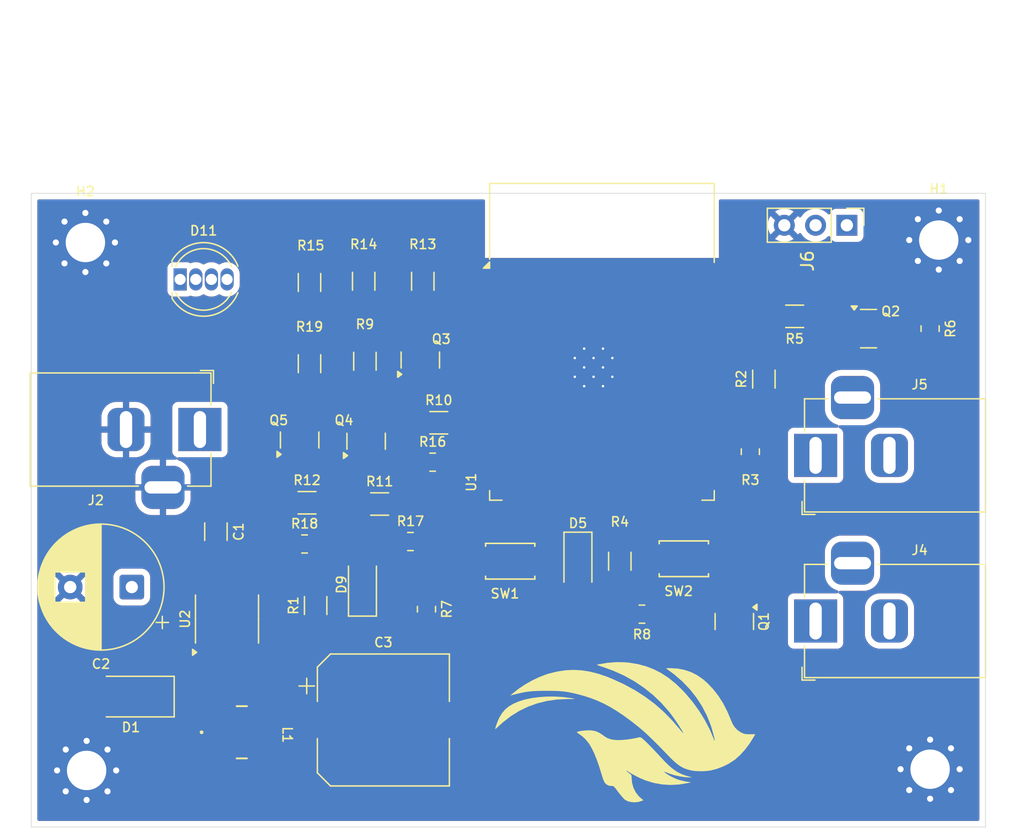
<source format=kicad_pcb>
(kicad_pcb (version 20241229) (generator "pcbnew") (generator_version "9.0")
  (layers (0 "F.Cu" signal) (2 "B.Cu" signal) (13 "F.Paste" user) (15 "B.Paste" user) (5 "F.SilkS" user "F.Silkscreen") (7 "B.SilkS" user "B.Silkscreen") (1 "F.Mask" user) (3 "B.Mask" user) (25 "Edge.Cuts" user))
  (net 0 "")
  (net 1 "+12V")
  (net 2 "GND")
  (net 3 "+3V3")
  (net 4 "Net-(D1-K)")
  (net 5 "Net-(D5-A)")
  (net 6 "Net-(D9-A)")
  (net 7 "Net-(D11-BK)")
  (net 8 "Net-(D11-RK)")
  (net 9 "Net-(D11-GK)")
  (net 10 "ESP_IO27")
  (net 11 "ESP_IO35")
  (net 12 "ESP_IO25")
  (net 13 "ESP_IO26")
  (net 14 "ESP_EN")
  (net 15 "ESP_IO14")
  (net 16 "ESP_IO33")
  (net 17 "ESP_SVP")
  (net 18 "ESP_IO34")
  (net 19 "ESP_SVN")
  (net 20 "ESP_IO32")
  (net 21 "ESP_IO13")
  (net 22 "ESP_IO12")
  (net 23 "ESP_IO16")
  (net 24 "ESP_IO2")
  (net 25 "ESP_IO22")
  (net 26 "ESP_U0TX")
  (net 27 "ESP_IO5")
  (net 28 "ESP_IO21")
  (net 29 "ESP_IO15")
  (net 30 "ESP_IO4")
  (net 31 "ESP_IO18")
  (net 32 "ESP_IO23")
  (net 33 "ESP_IO19")
  (net 34 "ESP_IO17")
  (net 35 "ESP_IO0")
  (net 36 "ESP_U0RX")
  (net 37 "B_Jack")
  (net 38 "P_Jack")
  (net 39 "Net-(Q1-G)")
  (net 40 "Net-(Q2-G)")
  (net 41 "Net-(Q3-D)")
  (net 42 "Net-(Q3-G)")
  (net 43 "Net-(Q4-D)")
  (net 44 "Net-(Q4-G)")
  (net 45 "Net-(Q5-G)")
  (net 46 "Net-(Q5-D)")
  (net 47 "Net-(R14-Pad2)")
  (net 48 "Net-(R15-Pad2)")
  (footprint "Resistor_SMD:R_0805_2012Metric_Pad1.20x1.40mm_HandSolder" (layer "F.Cu") (at 139.8 58.3)
    (property "Reference" "R17" (at 0 -1.65 0) (layer "F.SilkS") (effects (font (size 0.762 0.762) (thickness 0.127))))
    (property "Value" "10k Ohm")
    (pad "1" smd roundrect (at -1 0) (size 1.2 1.4) (layers "F.Cu" "F.Mask" "F.Paste") (roundrect_rratio 0.208333) (net 44 "Net-(Q4-G)"))
    (pad "2" smd roundrect (at 1 0) (size 1.2 1.4) (layers "F.Cu" "F.Mask" "F.Paste") (roundrect_rratio 0.208333) (net 2 "GND"))
  )
  (footprint "Resistor_SMD:R_1206_3216Metric_Pad1.30x1.75mm_HandSolder" (layer "F.Cu") (at 131.4 55.15)
    (property "Reference" "R12" (at 0 -1.83 0) (layer "F.SilkS") (effects (font (size 0.762 0.762) (thickness 0.127))))
    (property "Value" "220 Ohm")
    (pad "1" smd roundrect (at -1.55 0) (size 1.3 1.75) (layers "F.Cu" "F.Mask" "F.Paste") (roundrect_rratio 0.192308) (net 45 "Net-(Q5-G)"))
    (pad "2" smd roundrect (at 1.55 0) (size 1.3 1.75) (layers "F.Cu" "F.Mask" "F.Paste") (roundrect_rratio 0.192308) (net 10 "ESP_IO27"))
  )
  (footprint "CD43_Inductor:CD43" (layer "F.Cu") (at 126.1 73.8)
    (property "Reference" "L1" (at 3.7 0.2 270) (layer "F.SilkS") (effects (font (size 0.762 0.762) (thickness 0.127))))
    (property "Value" "47uH / 2A")
    (pad "1" smd rect (at -1.6256 0) (size 1.7526 4.4958) (layers "F.Cu" "F.Mask" "F.Paste") (net 4 "Net-(D1-K)"))
    (pad "2" smd rect (at 1.6256 0) (size 1.7526 4.4958) (layers "F.Cu" "F.Mask" "F.Paste") (net 3 "+3V3"))
    (zone (net 0) (net_name "") (layer "F.Cu") (connect_pads (clearance 0)) (min_thickness 0.254)
      (keepout (tracks not_allowed) (vias not_allowed) (pads allowed) (copperpour not_allowed) (footprints allowed))
      (fill (thermal_gap 0.508) (thermal_bridge_width 0.508))
      (polygon (pts (xy 125.4015 71.6029) (xy 126.7985 71.6029) (xy 126.7985 75.9971) (xy 125.4015 75.9971)))
    )
  )
  (footprint "Connector_PinHeader_2.54mm:PinHeader_1x03_P2.54mm_Vertical" (layer "F.Cu") (at 175.24 32.6 -90)
    (property "Reference" "J6" (at 2.9 3.2 90) (layer "F.SilkS"))
    (property "Value" "Conn_01x03_Pin")
    (pad "1" thru_hole rect (at 0 0 270) (size 1.7 1.7) (drill 1) (layers "*.Cu" "*.Mask") (net 36 "ESP_U0RX"))
    (pad "2" thru_hole circle (at 0 2.54 270) (size 1.7 1.7) (drill 1) (layers "*.Cu" "*.Mask") (net 26 "ESP_U0TX"))
    (pad "3" thru_hole circle (at 0 5.08 270) (size 1.7 1.7) (drill 1) (layers "*.Cu" "*.Mask") (net 2 "GND"))
  )
  (footprint "Package_TO_SOT_SMD:SOT-23" (layer "F.Cu") (at 136.2 50.15 90)
    (property "Reference" "Q4" (at 1.7 -1.8 180) (layer "F.SilkS") (effects (font (size 0.762 0.762) (thickness 0.127))))
    (property "Value" "BSS138")
    (pad "1" smd roundrect (at -1.1 -0.95 90) (size 1.8 0.6) (layers "F.Cu" "F.Mask" "F.Paste") (net 44 "Net-(Q4-G)"))
    (pad "2" smd roundrect (at -1.1 0.95 90) (size 1.8 0.6) (layers "F.Cu" "F.Mask" "F.Paste") (net 2 "GND"))
    (pad "3" smd roundrect (at 1.1 0 90) (size 1.8 0.6) (layers "F.Cu" "F.Mask" "F.Paste") (net 43 "Net-(Q4-D)"))
  )
  (footprint "LOGO" (layer "F.Cu") (at 157.2 72.9 90)
    (property "Reference" "G***" (hide yes))
    (property "Value" "LOGO" (hide yes))
  )
  (footprint "Resistor_SMD:R_1206_3216Metric_Pad1.30x1.75mm_HandSolder" (layer "F.Cu") (at 171 40 180)
    (property "Reference" "R5" (at 0 -1.83 0) (layer "F.SilkS") (effects (font (size 0.762 0.762) (thickness 0.127))))
    (property "Value" "100 Ohm")
    (pad "1" smd roundrect (at -1.55 0 180) (size 1.3 1.75) (layers "F.Cu" "F.Mask" "F.Paste") (roundrect_rratio 0.192308) (net 40 "Net-(Q2-G)"))
    (pad "2" smd roundrect (at 1.55 0 180) (size 1.3 1.75) (layers "F.Cu" "F.Mask" "F.Paste") (roundrect_rratio 0.192308) (net 33 "ESP_IO19"))
  )
  (footprint "MountingHole:MountingHole_3.2mm_M3_Pad_Via" (layer "F.Cu") (at 113.5 76.9)
    (property "Reference" "H4" (hide yes))
    (property "Value" "MountingHole_Pad")
    (pad "1" thru_hole circle (at -2.4 0) (size 0.8 0.8) (drill 0.5) (layers "*.Cu" "*.Mask") (net 2 "GND"))
    (pad "1" thru_hole circle (at -1.697056 -1.697056) (size 0.8 0.8) (drill 0.5) (layers "*.Cu" "*.Mask") (net 2 "GND"))
    (pad "1" thru_hole circle (at -1.697056 1.697056) (size 0.8 0.8) (drill 0.5) (layers "*.Cu" "*.Mask") (net 2 "GND"))
    (pad "1" thru_hole circle (at 0 -2.4) (size 0.8 0.8) (drill 0.5) (layers "*.Cu" "*.Mask") (net 2 "GND"))
    (pad "1" thru_hole circle (at 0 0) (size 6.4 6.4) (drill 3.2) (layers "*.Cu" "*.Mask") (net 2 "GND"))
    (pad "1" thru_hole circle (at 0 2.4) (size 0.8 0.8) (drill 0.5) (layers "*.Cu" "*.Mask") (net 2 "GND"))
    (pad "1" thru_hole circle (at 1.697056 -1.697056) (size 0.8 0.8) (drill 0.5) (layers "*.Cu" "*.Mask") (net 2 "GND"))
    (pad "1" thru_hole circle (at 1.697056 1.697056) (size 0.8 0.8) (drill 0.5) (layers "*.Cu" "*.Mask") (net 2 "GND"))
    (pad "1" thru_hole circle (at 2.4 0) (size 0.8 0.8) (drill 0.5) (layers "*.Cu" "*.Mask") (net 2 "GND"))
  )
  (footprint "Resistor_SMD:R_1206_3216Metric_Pad1.30x1.75mm_HandSolder" (layer "F.Cu") (at 168.5 45.1 90)
    (property "Reference" "R2" (at 0 -1.83 90) (layer "F.SilkS") (effects (font (size 0.762 0.762) (thickness 0.127))))
    (property "Value" "100 Ohm")
    (pad "1" smd roundrect (at -1.55 0 90) (size 1.3 1.75) (layers "F.Cu" "F.Mask" "F.Paste") (roundrect_rratio 0.192308) (net 39 "Net-(Q1-G)"))
    (pad "2" smd roundrect (at 1.55 0 90) (size 1.3 1.75) (layers "F.Cu" "F.Mask" "F.Paste") (roundrect_rratio 0.192308) (net 31 "ESP_IO18"))
  )
  (footprint "Package_SO:SOIC-8_3.9x4.9mm_P1.27mm" (layer "F.Cu") (at 124.9 64.6 90)
    (property "Reference" "U2" (at 0 -3.4 90) (layer "F.SilkS") (effects (font (size 0.762 0.762) (thickness 0.127))))
    (property "Value" "XL1509-3.3")
    (pad "1" smd roundrect (at -2.475 -1.905 90) (size 1.95 0.6) (layers "F.Cu" "F.Mask" "F.Paste") (net 1 "+12V"))
    (pad "2" smd roundrect (at -2.475 -0.635 90) (size 1.95 0.6) (layers "F.Cu" "F.Mask" "F.Paste") (net 4 "Net-(D1-K)"))
    (pad "3" smd roundrect (at -2.475 0.635 90) (size 1.95 0.6) (layers "F.Cu" "F.Mask" "F.Paste") (net 3 "+3V3"))
    (pad "4" smd roundrect (at -2.475 1.905 90) (size 1.95 0.6) (layers "F.Cu" "F.Mask" "F.Paste") (net 2 "GND"))
    (pad "5" smd roundrect (at 2.475 1.905 90) (size 1.95 0.6) (layers "F.Cu" "F.Mask" "F.Paste") (net 2 "GND"))
    (pad "6" smd roundrect (at 2.475 0.635 90) (size 1.95 0.6) (layers "F.Cu" "F.Mask" "F.Paste") (net 2 "GND"))
    (pad "7" smd roundrect (at 2.475 -0.635 90) (size 1.95 0.6) (layers "F.Cu" "F.Mask" "F.Paste") (net 2 "GND"))
    (pad "8" smd roundrect (at 2.475 -1.905 90) (size 1.95 0.6) (layers "F.Cu" "F.Mask" "F.Paste") (net 2 "GND"))
  )
  (footprint "Capacitor_SMD:C_1206_3216Metric" (layer "F.Cu") (at 124 57.5 -90)
    (property "Reference" "C1" (at 0 -1.85 90) (layer "F.SilkS") (effects (font (size 0.762 0.762) (thickness 0.127))))
    (property "Value" "1 uF")
    (pad "1" smd roundrect (at -1.475 0 270) (size 1.15 1.8) (layers "F.Cu" "F.Mask" "F.Paste") (roundrect_rratio 0.217391) (net 1 "+12V"))
    (pad "2" smd roundrect (at 1.475 0 270) (size 1.15 1.8) (layers "F.Cu" "F.Mask" "F.Paste") (roundrect_rratio 0.217391) (net 2 "GND"))
  )
  (footprint "Resistor_SMD:R_1206_3216Metric_Pad1.30x1.75mm_HandSolder" (layer "F.Cu") (at 132.1 63.5 -90)
    (property "Reference" "R1" (at 0 1.8 90) (layer "F.SilkS") (effects (font (size 0.762 0.762) (thickness 0.127))))
    (property "Value" "2.2k Ohm")
    (pad "1" smd roundrect (at -1.55 0 270) (size 1.3 1.75) (layers "F.Cu" "F.Mask" "F.Paste") (roundrect_rratio 0.192308) (net 6 "Net-(D9-A)"))
    (pad "2" smd roundrect (at 1.55 0 270) (size 1.3 1.75) (layers "F.Cu" "F.Mask" "F.Paste") (roundrect_rratio 0.192308) (net 3 "+3V3"))
  )
  (footprint "Capacitor_SMD:CP_Elec_10x10.5" (layer "F.Cu") (at 137.6 72.8)
    (property "Reference" "C3" (at 0 -6.3 0) (layer "F.SilkS") (effects (font (size 0.762 0.762) (thickness 0.127))))
    (property "Value" "330uF 50V")
    (pad "1" smd roundrect (at -4.2 0) (size 4.4 2.5) (layers "F.Cu" "F.Mask" "F.Paste") (roundrect_rratio 0.1) (net 3 "+3V3"))
    (pad "2" smd roundrect (at 4.2 0) (size 4.4 2.5) (layers "F.Cu" "F.Mask" "F.Paste") (roundrect_rratio 0.1) (net 2 "GND"))
  )
  (footprint "Resistor_SMD:R_0805_2012Metric_Pad1.20x1.40mm_HandSolder" (layer "F.Cu") (at 141.6 51.85)
    (property "Reference" "R16" (at 0 -1.65 0) (layer "F.SilkS") (effects (font (size 0.762 0.762) (thickness 0.127))))
    (property "Value" "10k Ohm")
    (pad "1" smd roundrect (at -1 0) (size 1.2 1.4) (layers "F.Cu" "F.Mask" "F.Paste") (roundrect_rratio 0.208333) (net 42 "Net-(Q3-G)"))
    (pad "2" smd roundrect (at 1 0) (size 1.2 1.4) (layers "F.Cu" "F.Mask" "F.Paste") (roundrect_rratio 0.208333) (net 2 "GND"))
  )
  (footprint "LED_SMD:LED_1206_3216Metric_Pad1.42x1.75mm_HandSolder" (layer "F.Cu") (at 153.4 60 -90)
    (property "Reference" "D5" (at -3.1875 0 180) (layer "F.SilkS") (effects (font (size 0.762 0.762) (thickness 0.127))))
    (property "Value" "Blue LED")
    (pad "1" smd roundrect (at -1.4875 0 270) (size 1.425 1.75) (layers "F.Cu" "F.Mask" "F.Paste") (roundrect_rratio 0.175439) (net 2 "GND"))
    (pad "2" smd roundrect (at 1.4875 0 270) (size 1.425 1.75) (layers "F.Cu" "F.Mask" "F.Paste") (roundrect_rratio 0.175439) (net 5 "Net-(D5-A)"))
  )
  (footprint "Package_TO_SOT_SMD:SOT-23" (layer "F.Cu") (at 140.6 43.55 90)
    (property "Reference" "Q3" (at 1.7 1.7 180) (layer "F.SilkS") (effects (font (size 0.762 0.762) (thickness 0.127))))
    (property "Value" "BSS138")
    (pad "1" smd roundrect (at -1.1 -0.95 90) (size 1.8 0.6) (layers "F.Cu" "F.Mask" "F.Paste") (net 42 "Net-(Q3-G)"))
    (pad "2" smd roundrect (at -1.1 0.95 90) (size 1.8 0.6) (layers "F.Cu" "F.Mask" "F.Paste") (net 2 "GND"))
    (pad "3" smd roundrect (at 1.1 0 90) (size 1.8 0.6) (layers "F.Cu" "F.Mask" "F.Paste") (net 41 "Net-(Q3-D)"))
  )
  (footprint "LED_THT:LED_D5.0mm-4_RGB" (layer "F.Cu") (at 121.095 37)
    (property "Reference" "D11" (at 1.905 -3.96 0) (layer "F.SilkS") (effects (font (size 0.762 0.762) (thickness 0.127))))
    (property "Value" "LED_BGAR")
    (pad "1" thru_hole rect (at 0 0) (size 1.07 1.8) (drill 0.9) (layers "*.Cu" "*.Mask") (net 7 "Net-(D11-BK)"))
    (pad "2" thru_hole oval (at 1.27 0) (size 1.07 1.8) (drill 0.9) (layers "*.Cu" "*.Mask") (net 9 "Net-(D11-GK)"))
    (pad "3" thru_hole oval (at 2.54 0) (size 1.07 1.8) (drill 0.9) (layers "*.Cu" "*.Mask") (net 1 "+12V"))
    (pad "4" thru_hole oval (at 3.81 0) (size 1.07 1.8) (drill 0.9) (layers "*.Cu" "*.Mask") (net 8 "Net-(D11-RK)"))
  )
  (footprint "MountingHole:MountingHole_3.2mm_M3_Pad_Via" (layer "F.Cu") (at 113.4 34)
    (property "Reference" "H2" (at 0 -4.15 0) (layer "F.SilkS") (effects (font (size 0.762 0.762) (thickness 0.127))))
    (property "Value" "MountingHole_Pad")
    (pad "1" thru_hole circle (at -2.4 0) (size 0.8 0.8) (drill 0.5) (layers "*.Cu" "*.Mask") (net 2 "GND"))
    (pad "1" thru_hole circle (at -1.697056 -1.697056) (size 0.8 0.8) (drill 0.5) (layers "*.Cu" "*.Mask") (net 2 "GND"))
    (pad "1" thru_hole circle (at -1.697056 1.697056) (size 0.8 0.8) (drill 0.5) (layers "*.Cu" "*.Mask") (net 2 "GND"))
    (pad "1" thru_hole circle (at 0 -2.4) (size 0.8 0.8) (drill 0.5) (layers "*.Cu" "*.Mask") (net 2 "GND"))
    (pad "1" thru_hole circle (at 0 0) (size 6.4 6.4) (drill 3.2) (layers "*.Cu" "*.Mask") (net 2 "GND"))
    (pad "1" thru_hole circle (at 0 2.4) (size 0.8 0.8) (drill 0.5) (layers "*.Cu" "*.Mask") (net 2 "GND"))
    (pad "1" thru_hole circle (at 1.697056 -1.697056) (size 0.8 0.8) (drill 0.5) (layers "*.Cu" "*.Mask") (net 2 "GND"))
    (pad "1" thru_hole circle (at 1.697056 1.697056) (size 0.8 0.8) (drill 0.5) (layers "*.Cu" "*.Mask") (net 2 "GND"))
    (pad "1" thru_hole circle (at 2.4 0) (size 0.8 0.8) (drill 0.5) (layers "*.Cu" "*.Mask") (net 2 "GND"))
  )
  (footprint "Connector_BarrelJack:BarrelJack_Horizontal" (layer "F.Cu") (at 172.7 64.7575 180)
    (property "Reference" "J4" (at -8.45 5.75 0) (layer "F.SilkS") (effects (font (size 0.762 0.762) (thickness 0.127))))
    (property "Value" "Barrel_Jack_MountingPin")
    (pad "1" thru_hole rect (at 0 0 180) (size 3.5 3.5) (drill oval 1 3) (layers "*.Cu" "*.Mask") (net 1 "+12V"))
    (pad "2" thru_hole roundrect (at -6 0 180) (size 3 3.5) (drill oval 1 3) (layers "*.Cu" "*.Mask") (net 37 "B_Jack"))
    (pad "3" thru_hole roundrect (at -3 4.7 180) (size 3.5 3.5) (drill oval 3 1) (layers "*.Cu" "*.Mask") (net 37 "B_Jack"))
  )
  (footprint "Resistor_SMD:R_1206_3216Metric_Pad1.30x1.75mm_HandSolder" (layer "F.Cu") (at 131.6 43.85 -90)
    (property "Reference" "R19" (at -3 0 180) (layer "F.SilkS") (effects (font (size 0.762 0.762) (thickness 0.127))))
    (property "Value" "300 Ohm")
    (pad "1" smd roundrect (at -1.55 0 270) (size 1.3 1.75) (layers "F.Cu" "F.Mask" "F.Paste") (roundrect_rratio 0.192308) (net 48 "Net-(R15-Pad2)"))
    (pad "2" smd roundrect (at 1.55 0 270) (size 1.3 1.75) (layers "F.Cu" "F.Mask" "F.Paste") (roundrect_rratio 0.192308) (net 46 "Net-(Q5-D)"))
  )
  (footprint "Diode_SMD:D_SMA" (layer "F.Cu") (at 117.1 70.9 180)
    (property "Reference" "D1" (at 0 -2.5 0) (layer "F.SilkS") (effects (font (size 0.762 0.762) (thickness 0.127))))
    (property "Value" "1N5822")
    (pad "1" smd roundrect (at -2 0 180) (size 2.5 1.8) (layers "F.Cu" "F.Mask" "F.Paste") (roundrect_rratio 0.1388888889) (net 4 "Net-(D1-K)"))
    (pad "2" smd roundrect (at 2 0 180) (size 2.5 1.8) (layers "F.Cu" "F.Mask" "F.Paste") (roundrect_rratio 0.1388888889) (net 2 "GND"))
  )
  (footprint "Resistor_SMD:R_1206_3216Metric_Pad1.30x1.75mm_HandSolder" (layer "F.Cu") (at 137.3 55.25)
    (property "Reference" "R11" (at 0 -1.83 0) (layer "F.SilkS") (effects (font (size 0.762 0.762) (thickness 0.127))))
    (property "Value" "220 Ohm")
    (pad "1" smd roundrect (at -1.55 0) (size 1.3 1.75) (layers "F.Cu" "F.Mask" "F.Paste") (roundrect_rratio 0.192308) (net 44 "Net-(Q4-G)"))
    (pad "2" smd roundrect (at 1.55 0) (size 1.3 1.75) (layers "F.Cu" "F.Mask" "F.Paste") (roundrect_rratio 0.192308) (net 13 "ESP_IO26"))
  )
  (footprint "Package_TO_SOT_SMD:SOT-23" (layer "F.Cu") (at 130.8 50.05 90)
    (property "Reference" "Q5" (at 1.6 -1.7 180) (layer "F.SilkS") (effects (font (size 0.762 0.762) (thickness 0.127))))
    (property "Value" "BSS138")
    (pad "1" smd roundrect (at -1.1 -0.95 90) (size 1.8 0.6) (layers "F.Cu" "F.Mask" "F.Paste") (net 45 "Net-(Q5-G)"))
    (pad "2" smd roundrect (at -1.1 0.95 90) (size 1.8 0.6) (layers "F.Cu" "F.Mask" "F.Paste") (net 2 "GND"))
    (pad "3" smd roundrect (at 1.1 0 90) (size 1.8 0.6) (layers "F.Cu" "F.Mask" "F.Paste") (net 46 "Net-(Q5-D)"))
  )
  (footprint "Connector_BarrelJack:BarrelJack_Horizontal" (layer "F.Cu") (at 172.7 51.3 180)
    (property "Reference" "J5" (at -8.45 5.75 0) (layer "F.SilkS") (effects (font (size 0.762 0.762) (thickness 0.127))))
    (property "Value" "Barrel_Jack_MountingPin")
    (pad "1" thru_hole rect (at 0 0 180) (size 3.5 3.5) (drill oval 1 3) (layers "*.Cu" "*.Mask") (net 1 "+12V"))
    (pad "2" thru_hole roundrect (at -6 0 180) (size 3 3.5) (drill oval 1 3) (layers "*.Cu" "*.Mask") (net 38 "P_Jack"))
    (pad "3" thru_hole roundrect (at -3 4.7 180) (size 3.5 3.5) (drill oval 3 1) (layers "*.Cu" "*.Mask") (net 38 "P_Jack"))
  )
  (footprint "Resistor_SMD:R_1206_3216Metric_Pad1.30x1.75mm_HandSolder" (layer "F.Cu") (at 136.1 43.65 -90)
    (property "Reference" "R9" (at -3 0 180) (layer "F.SilkS") (effects (font (size 0.762 0.762) (thickness 0.127))))
    (property "Value" "300 Ohm")
    (pad "1" smd roundrect (at -1.55 0 270) (size 1.3 1.75) (layers "F.Cu" "F.Mask" "F.Paste") (roundrect_rratio 0.192308) (net 47 "Net-(R14-Pad2)"))
    (pad "2" smd roundrect (at 1.55 0 270) (size 1.3 1.75) (layers "F.Cu" "F.Mask" "F.Paste") (roundrect_rratio 0.192308) (net 43 "Net-(Q4-D)"))
  )
  (footprint "Resistor_SMD:R_0805_2012Metric_Pad1.20x1.40mm_HandSolder" (layer "F.Cu") (at 141.1 63.8 -90)
    (property "Reference" "R7" (at 0 -1.65 90) (layer "F.SilkS") (effects (font (size 0.762 0.762) (thickness 0.127))))
    (property "Value" "10k Ohm")
    (pad "1" smd roundrect (at -1 0 270) (size 1.2 1.4) (layers "F.Cu" "F.Mask" "F.Paste") (roundrect_rratio 0.208333) (net 14 "ESP_EN"))
    (pad "2" smd roundrect (at 1 0 270) (size 1.2 1.4) (layers "F.Cu" "F.Mask" "F.Paste") (roundrect_rratio 0.208333) (net 3 "+3V3"))
  )
  (footprint "Resistor_SMD:R_1206_3216Metric_Pad1.30x1.75mm_HandSolder" (layer "F.Cu") (at 136 37.15 -90)
    (property "Reference" "R14" (at -3 0 180) (layer "F.SilkS") (effects (font (size 0.762 0.762) (thickness 0.127))))
    (property "Value" "300 Ohm")
    (pad "1" smd roundrect (at -1.55 0 270) (size 1.3 1.75) (layers "F.Cu" "F.Mask" "F.Paste") (roundrect_rratio 0.192308) (net 9 "Net-(D11-GK)"))
    (pad "2" smd roundrect (at 1.55 0 270) (size 1.3 1.75) (layers "F.Cu" "F.Mask" "F.Paste") (roundrect_rratio 0.192308) (net 47 "Net-(R14-Pad2)"))
  )
  (footprint "LED_SMD:LED_1206_3216Metric_Pad1.42x1.75mm_HandSolder" (layer "F.Cu") (at 135.9 61.9 90)
    (property "Reference" "D9" (at 0.1 -1.7 90) (layer "F.SilkS") (effects (font (size 0.762 0.762) (thickness 0.127))))
    (property "Value" "Red Power LED")
    (pad "1" smd roundrect (at -1.4875 0 90) (size 1.425 1.75) (layers "F.Cu" "F.Mask" "F.Paste") (roundrect_rratio 0.175439) (net 2 "GND"))
    (pad "2" smd roundrect (at 1.4875 0 90) (size 1.425 1.75) (layers "F.Cu" "F.Mask" "F.Paste") (roundrect_rratio 0.175439) (net 6 "Net-(D9-A)"))
  )
  (footprint "Resistor_SMD:R_0805_2012Metric_Pad1.20x1.40mm_HandSolder" (layer "F.Cu") (at 182 41 -90)
    (property "Reference" "R6" (at 0 -1.65 90) (layer "F.SilkS") (effects (font (size 0.762 0.762) (thickness 0.127))))
    (property "Value" "10k Ohm")
    (pad "1" smd roundrect (at -1 0 270) (size 1.2 1.4) (layers "F.Cu" "F.Mask" "F.Paste") (roundrect_rratio 0.208333) (net 40 "Net-(Q2-G)"))
    (pad "2" smd roundrect (at 1 0 270) (size 1.2 1.4) (layers "F.Cu" "F.Mask" "F.Paste") (roundrect_rratio 0.208333) (net 2 "GND"))
  )
  (footprint "Resistor_SMD:R_1206_3216Metric_Pad1.30x1.75mm_HandSolder" (layer "F.Cu") (at 131.6 37.25 -90)
    (property "Reference" "R15" (at -3 -0.1 180) (layer "F.SilkS") (effects (font (size 0.762 0.762) (thickness 0.127))))
    (property "Value" "300 Ohm")
    (pad "1" smd roundrect (at -1.55 0 270) (size 1.3 1.75) (layers "F.Cu" "F.Mask" "F.Paste") (roundrect_rratio 0.192308) (net 7 "Net-(D11-BK)"))
    (pad "2" smd roundrect (at 1.55 0 270) (size 1.3 1.75) (layers "F.Cu" "F.Mask" "F.Paste") (roundrect_rratio 0.192308) (net 48 "Net-(R15-Pad2)"))
  )
  (footprint "Resistor_SMD:R_0805_2012Metric_Pad1.20x1.40mm_HandSolder" (layer "F.Cu") (at 131.2 58.5)
    (property "Reference" "R18" (at 0 -1.65 0) (layer "F.SilkS") (effects (font (size 0.762 0.762) (thickness 0.127))))
    (property "Value" "10k Ohm")
    (pad "1" smd roundrect (at -1 0) (size 1.2 1.4) (layers "F.Cu" "F.Mask" "F.Paste") (roundrect_rratio 0.208333) (net 45 "Net-(Q5-G)"))
    (pad "2" smd roundrect (at 1 0) (size 1.2 1.4) (layers "F.Cu" "F.Mask" "F.Paste") (roundrect_rratio 0.208333) (net 2 "GND"))
  )
  (footprint "Resistor_SMD:R_1206_3216Metric_Pad1.30x1.75mm_HandSolder" (layer "F.Cu") (at 156.8 59.9 90)
    (property "Reference" "R4" (at 3.2 0 180) (layer "F.SilkS") (effects (font (size 0.762 0.762) (thickness 0.127))))
    (property "Value" "1k Ohm")
    (pad "1" smd roundrect (at -1.55 0 90) (size 1.3 1.75) (layers "F.Cu" "F.Mask" "F.Paste") (roundrect_rratio 0.192308) (net 5 "Net-(D5-A)"))
    (pad "2" smd roundrect (at 1.55 0 90) (size 1.3 1.75) (layers "F.Cu" "F.Mask" "F.Paste") (roundrect_rratio 0.192308) (net 24 "ESP_IO2"))
  )
  (footprint "Package_TO_SOT_SMD:SOT-23" (layer "F.Cu") (at 166.1 64.8 -90)
    (property "Reference" "Q1" (at 0 -2.4 90) (layer "F.SilkS") (effects (font (size 0.762 0.762) (thickness 0.127))))
    (property "Value" "IRLML2502TRPBF")
    (pad "1" smd roundrect (at -1.1 -0.95 270) (size 1.8 0.6) (layers "F.Cu" "F.Mask" "F.Paste") (net 39 "Net-(Q1-G)"))
    (pad "2" smd roundrect (at -1.1 0.95 270) (size 1.8 0.6) (layers "F.Cu" "F.Mask" "F.Paste") (net 2 "GND"))
    (pad "3" smd roundrect (at 1.1 0 270) (size 1.8 0.6) (layers "F.Cu" "F.Mask" "F.Paste") (net 37 "B_Jack"))
  )
  (footprint "Resistor_SMD:R_1206_3216Metric_Pad1.30x1.75mm_HandSolder" (layer "F.Cu") (at 140.8 37.15 -90)
    (property "Reference" "R13" (at -3 0 180) (layer "F.SilkS") (effects (font (size 0.762 0.762) (thickness 0.127))))
    (property "Value" "660 Ohm")
    (pad "1" smd roundrect (at -1.55 0 270) (size 1.3 1.75) (layers "F.Cu" "F.Mask" "F.Paste") (roundrect_rratio 0.192308) (net 8 "Net-(D11-RK)"))
    (pad "2" smd roundrect (at 1.55 0 270) (size 1.3 1.75) (layers "F.Cu" "F.Mask" "F.Paste") (roundrect_rratio 0.192308) (net 41 "Net-(Q3-D)"))
  )
  (footprint "TS_button_3_4_2:TS_button_3_4_2" (layer "F.Cu") (at 162 59.7 180)
    (property "Reference" "SW2" (at 0.425 -2.635 0) (layer "F.SilkS") (effects (font (size 0.762 0.762) (thickness 0.127))))
    (property "Value" "SW_Push")
    (pad "1" smd rect (at -2.075 0 180) (size 1.35 1.8) (layers "F.Cu" "F.Mask" "F.Paste") (net 2 "GND"))
    (pad "2" smd rect (at 2.075 0 180) (size 1.35 1.8) (layers "F.Cu" "F.Mask" "F.Paste") (net 35 "ESP_IO0"))
  )
  (footprint "Connector_BarrelJack:BarrelJack_Horizontal" (layer "F.Cu") (at 122.7 49.2)
    (property "Reference" "J2" (at -8.45 5.75 0) (layer "F.SilkS") (effects (font (size 0.762 0.762) (thickness 0.127))))
    (property "Value" "Barrel_Jack_MountingPin")
    (pad "1" thru_hole rect (at 0 0) (size 3.5 3.5) (drill oval 1 3) (layers "*.Cu" "*.Mask") (net 1 "+12V"))
    (pad "2" thru_hole roundrect (at -6 0) (size 3 3.5) (drill oval 1 3) (layers "*.Cu" "*.Mask") (net 2 "GND"))
    (pad "3" thru_hole roundrect (at -3 4.7) (size 3.5 3.5) (drill oval 3 1) (layers "*.Cu" "*.Mask") (net 2 "GND"))
  )
  (footprint "Resistor_SMD:R_0805_2012Metric_Pad1.20x1.40mm_HandSolder" (layer "F.Cu") (at 158.6 64.2 180)
    (property "Reference" "R8" (at 0 -1.65 0) (layer "F.SilkS") (effects (font (size 0.762 0.762) (thickness 0.127))))
    (property "Value" "10k Ohm")
    (pad "1" smd roundrect (at -1 0 180) (size 1.2 1.4) (layers "F.Cu" "F.Mask" "F.Paste") (roundrect_rratio 0.208333) (net 35 "ESP_IO0"))
    (pad "2" smd roundrect (at 1 0 180) (size 1.2 1.4) (layers "F.Cu" "F.Mask" "F.Paste") (roundrect_rratio 0.208333) (net 3 "+3V3"))
  )
  (footprint "MountingHole:MountingHole_3.2mm_M3_Pad_Via" (layer "F.Cu") (at 182 76.8)
    (property "Reference" "H3" (hide yes))
    (property "Value" "MountingHole_Pad")
    (pad "1" thru_hole circle (at -2.4 0) (size 0.8 0.8) (drill 0.5) (layers "*.Cu" "*.Mask") (net 2 "GND"))
    (pad "1" thru_hole circle (at -1.697056 -1.697056) (size 0.8 0.8) (drill 0.5) (layers "*.Cu" "*.Mask") (net 2 "GND"))
    (pad "1" thru_hole circle (at -1.697056 1.697056) (size 0.8 0.8) (drill 0.5) (layers "*.Cu" "*.Mask") (net 2 "GND"))
    (pad "1" thru_hole circle (at 0 -2.4) (size 0.8 0.8) (drill 0.5) (layers "*.Cu" "*.Mask") (net 2 "GND"))
    (pad "1" thru_hole circle (at 0 0) (size 6.4 6.4) (drill 3.2) (layers "*.Cu" "*.Mask") (net 2 "GND"))
    (pad "1" thru_hole circle (at 0 2.4) (size 0.8 0.8) (drill 0.5) (layers "*.Cu" "*.Mask") (net 2 "GND"))
    (pad "1" thru_hole circle (at 1.697056 -1.697056) (size 0.8 0.8) (drill 0.5) (layers "*.Cu" "*.Mask") (net 2 "GND"))
    (pad "1" thru_hole circle (at 1.697056 1.697056) (size 0.8 0.8) (drill 0.5) (layers "*.Cu" "*.Mask") (net 2 "GND"))
    (pad "1" thru_hole circle (at 2.4 0) (size 0.8 0.8) (drill 0.5) (layers "*.Cu" "*.Mask") (net 2 "GND"))
  )
  (footprint "Resistor_SMD:R_1206_3216Metric_Pad1.30x1.75mm_HandSolder" (layer "F.Cu") (at 142.1 48.65)
    (property "Reference" "R10" (at 0 -1.83 0) (layer "F.SilkS") (effects (font (size 0.762 0.762) (thickness 0.127))))
    (property "Value" "220 Ohm")
    (pad "1" smd roundrect (at -1.55 0) (size 1.3 1.75) (layers "F.Cu" "F.Mask" "F.Paste") (roundrect_rratio 0.192308) (net 42 "Net-(Q3-G)"))
    (pad "2" smd roundrect (at 1.55 0) (size 1.3 1.75) (layers "F.Cu" "F.Mask" "F.Paste") (roundrect_rratio 0.192308) (net 12 "ESP_IO25"))
  )
  (footprint "Capacitor_THT:CP_Radial_D10.0mm_P5.00mm" (layer "F.Cu") (at 117.167677 62 180)
    (property "Reference" "C2" (at 2.5 -6.25 0) (layer "F.SilkS") (effects (font (size 0.762 0.762) (thickness 0.127))))
    (property "Value" "470uF 35V")
    (pad "1" thru_hole roundrect (at 0 0 180) (size 2 2) (drill 1) (layers "*.Cu" "*.Mask") (roundrect_rratio 0.125) (net 1 "+12V"))
    (pad "2" thru_hole circle (at 5 0 180) (size 2 2) (drill 1) (layers "*.Cu" "*.Mask") (net 2 "GND"))
  )
  (footprint "Package_TO_SOT_SMD:SOT-23" (layer "F.Cu") (at 177 41)
    (property "Reference" "Q2" (at 1.8 -1.4 0) (layer "F.SilkS") (effects (font (size 0.762 0.762) (thickness 0.127))))
    (property "Value" "IRLML2502TRPBF")
    (pad "1" smd roundrect (at -1.1 -0.95) (size 1.8 0.6) (layers "F.Cu" "F.Mask" "F.Paste") (net 40 "Net-(Q2-G)"))
    (pad "2" smd roundrect (at -1.1 0.95) (size 1.8 0.6) (layers "F.Cu" "F.Mask" "F.Paste") (net 2 "GND"))
    (pad "3" smd roundrect (at 1.1 0) (size 1.8 0.6) (layers "F.Cu" "F.Mask" "F.Paste") (net 38 "P_Jack"))
  )
  (footprint "TS_button_3_4_2:TS_button_3_4_2" (layer "F.Cu") (at 147.9 59.9 180)
    (property "Reference" "SW1" (at 0.425 -2.635 0) (layer "F.SilkS") (effects (font (size 0.762 0.762) (thickness 0.127))))
    (property "Value" "SW_Push")
    (pad "1" smd rect (at -2.075 0 180) (size 1.35 1.8) (layers "F.Cu" "F.Mask" "F.Paste") (net 2 "GND"))
    (pad "2" smd rect (at 2.075 0 180) (size 1.35 1.8) (layers "F.Cu" "F.Mask" "F.Paste") (net 14 "ESP_EN"))
  )
  (footprint "MountingHole:MountingHole_3.2mm_M3_Pad_Via" (layer "F.Cu") (at 182.702944 33.802944)
    (property "Reference" "H1" (at 0 -4.15 0) (layer "F.SilkS") (effects (font (size 0.762 0.762) (thickness 0.127))))
    (property "Value" "MountingHole_Pad")
    (pad "1" thru_hole circle (at -2.4 0) (size 0.8 0.8) (drill 0.5) (layers "*.Cu" "*.Mask") (net 2 "GND"))
    (pad "1" thru_hole circle (at -1.697056 -1.697056) (size 0.8 0.8) (drill 0.5) (layers "*.Cu" "*.Mask") (net 2 "GND"))
    (pad "1" thru_hole circle (at -1.697056 1.697056) (size 0.8 0.8) (drill 0.5) (layers "*.Cu" "*.Mask") (net 2 "GND"))
    (pad "1" thru_hole circle (at 0 -2.4) (size 0.8 0.8) (drill 0.5) (layers "*.Cu" "*.Mask") (net 2 "GND"))
    (pad "1" thru_hole circle (at 0 0) (size 6.4 6.4) (drill 3.2) (layers "*.Cu" "*.Mask") (net 2 "GND"))
    (pad "1" thru_hole circle (at 0 2.4) (size 0.8 0.8) (drill 0.5) (layers "*.Cu" "*.Mask") (net 2 "GND"))
    (pad "1" thru_hole circle (at 1.697056 -1.697056) (size 0.8 0.8) (drill 0.5) (layers "*.Cu" "*.Mask") (net 2 "GND"))
    (pad "1" thru_hole circle (at 1.697056 1.697056) (size 0.8 0.8) (drill 0.5) (layers "*.Cu" "*.Mask") (net 2 "GND"))
    (pad "1" thru_hole circle (at 2.4 0) (size 0.8 0.8) (drill 0.5) (layers "*.Cu" "*.Mask") (net 2 "GND"))
  )
  (footprint "RF_Module:ESP32-WROOM-32" (layer "F.Cu") (at 155.35 45.06)
    (property "Reference" "U1" (at -10.61 8.43 90) (layer "F.SilkS") (effects (font (size 0.762 0.762) (thickness 0.127))))
    (property "Value" "ESP32-WROOM-32")
    (pad "1" smd rect (at -8.75 -8.25) (size 1.5 0.9) (layers "F.Cu" "F.Mask" "F.Paste") (net 2 "GND"))
    (pad "2" smd rect (at -8.75 -6.98) (size 1.5 0.9) (layers "F.Cu" "F.Mask" "F.Paste") (net 3 "+3V3"))
    (pad "3" smd rect (at -8.75 -5.71) (size 1.5 0.9) (layers "F.Cu" "F.Mask" "F.Paste") (net 14 "ESP_EN"))
    (pad "4" smd rect (at -8.75 -4.44) (size 1.5 0.9) (layers "F.Cu" "F.Mask" "F.Paste") (net 17 "ESP_SVP"))
    (pad "5" smd rect (at -8.75 -3.17) (size 1.5 0.9) (layers "F.Cu" "F.Mask" "F.Paste") (net 19 "ESP_SVN"))
    (pad "6" smd rect (at -8.75 -1.9) (size 1.5 0.9) (layers "F.Cu" "F.Mask" "F.Paste") (net 18 "ESP_IO34"))
    (pad "7" smd rect (at -8.75 -0.63) (size 1.5 0.9) (layers "F.Cu" "F.Mask" "F.Paste") (net 11 "ESP_IO35"))
    (pad "8" smd rect (at -8.75 0.64) (size 1.5 0.9) (layers "F.Cu" "F.Mask" "F.Paste") (net 20 "ESP_IO32"))
    (pad "9" smd rect (at -8.75 1.91) (size 1.5 0.9) (layers "F.Cu" "F.Mask" "F.Paste") (net 16 "ESP_IO33"))
    (pad "10" smd rect (at -8.75 3.18) (size 1.5 0.9) (layers "F.Cu" "F.Mask" "F.Paste") (net 12 "ESP_IO25"))
    (pad "11" smd rect (at -8.75 4.45) (size 1.5 0.9) (layers "F.Cu" "F.Mask" "F.Paste") (net 13 "ESP_IO26"))
    (pad "12" smd rect (at -8.75 5.72) (size 1.5 0.9) (layers "F.Cu" "F.Mask" "F.Paste") (net 10 "ESP_IO27"))
    (pad "13" smd rect (at -8.75 6.99) (size 1.5 0.9) (layers "F.Cu" "F.Mask" "F.Paste") (net 15 "ESP_IO14"))
    (pad "14" smd rect (at -8.75 8.26) (size 1.5 0.9) (layers "F.Cu" "F.Mask" "F.Paste") (net 22 "ESP_IO12"))
    (pad "15" smd rect (at -5.71 9.51 90) (size 1.5 0.9) (layers "F.Cu" "F.Mask" "F.Paste") (net 2 "GND"))
    (pad "16" smd rect (at -4.44 9.51 90) (size 1.5 0.9) (layers "F.Cu" "F.Mask" "F.Paste") (net 21 "ESP_IO13"))
    (pad "17" smd rect (at -3.17 9.51 90) (size 1.5 0.9) (layers "F.Cu" "F.Mask" "F.Paste"))
    (pad "18" smd rect (at -1.9 9.51 90) (size 1.5 0.9) (layers "F.Cu" "F.Mask" "F.Paste"))
    (pad "19" smd rect (at -0.63 9.51 90) (size 1.5 0.9) (layers "F.Cu" "F.Mask" "F.Paste"))
    (pad "20" smd rect (at 0.64 9.51 90) (size 1.5 0.9) (layers "F.Cu" "F.Mask" "F.Paste"))
    (pad "21" smd rect (at 1.91 9.51 90) (size 1.5 0.9) (layers "F.Cu" "F.Mask" "F.Paste"))
    (pad "22" smd rect (at 3.18 9.51 90) (size 1.5 0.9) (layers "F.Cu" "F.Mask" "F.Paste"))
    (pad "23" smd rect (at 4.45 9.51 90) (size 1.5 0.9) (layers "F.Cu" "F.Mask" "F.Paste") (net 29 "ESP_IO15"))
    (pad "24" smd rect (at 5.72 9.51 90) (size 1.5 0.9) (layers "F.Cu" "F.Mask" "F.Paste") (net 24 "ESP_IO2"))
    (pad "25" smd rect (at 8.75 8.26) (size 1.5 0.9) (layers "F.Cu" "F.Mask" "F.Paste") (net 35 "ESP_IO0"))
    (pad "26" smd rect (at 8.75 6.99) (size 1.5 0.9) (layers "F.Cu" "F.Mask" "F.Paste") (net 30 "ESP_IO4"))
    (pad "27" smd rect (at 8.75 5.72) (size 1.5 0.9) (layers "F.Cu" "F.Mask" "F.Paste") (net 23 "ESP_IO16"))
    (pad "28" smd rect (at 8.75 4.45) (size 1.5 0.9) (layers "F.Cu" "F.Mask" "F.Paste") (net 34 "ESP_IO17"))
    (pad "29" smd rect (at 8.75 3.18) (size 1.5 0.9) (layers "F.Cu" "F.Mask" "F.Paste") (net 27 "ESP_IO5"))
    (pad "30" smd rect (at 8.75 1.91) (size 1.5 0.9) (layers "F.Cu" "F.Mask" "F.Paste") (net 31 "ESP_IO18"))
    (pad "31" smd rect (at 8.75 0.64) (size 1.5 0.9) (layers "F.Cu" "F.Mask" "F.Paste") (net 33 "ESP_IO19"))
    (pad "32" smd rect (at 8.75 -0.63) (size 1.5 0.9) (layers "F.Cu" "F.Mask" "F.Paste"))
    (pad "33" smd rect (at 8.75 -1.9) (size 1.5 0.9) (layers "F.Cu" "F.Mask" "F.Paste") (net 28 "ESP_IO21"))
    (pad "34" smd rect (at 8.75 -3.17) (size 1.5 0.9) (layers "F.Cu" "F.Mask" "F.Paste") (net 36 "ESP_U0RX"))
    (pad "35" smd rect (at 8.75 -4.44) (size 1.5 0.9) (layers "F.Cu" "F.Mask" "F.Paste") (net 26 "ESP_U0TX"))
    (pad "36" smd rect (at 8.75 -5.71) (size 1.5 0.9) (layers "F.Cu" "F.Mask" "F.Paste") (net 25 "ESP_IO22"))
    (pad "37" smd rect (at 8.75 -6.98) (size 1.5 0.9) (layers "F.Cu" "F.Mask" "F.Paste") (net 32 "ESP_IO23"))
    (pad "38" smd rect (at 8.75 -8.25) (size 1.5 0.9) (layers "F.Cu" "F.Mask" "F.Paste") (net 2 "GND"))
    (pad "39" smd rect (at -2.205 -2.435) (size 1.05 1.05) (layers "F.Cu" "F.Paste") (net 2 "GND"))
    (pad "39" thru_hole circle (at -2.205 -1.6725) (size 0.6 0.6) (drill 0.2) (property pad_prop_heatsink) (layers "*.Cu" "F.Mask") (net 2 "GND"))
    (pad "39" smd rect (at -2.205 -0.91) (size 1.05 1.05) (layers "F.Cu" "F.Paste") (net 2 "GND"))
    (pad "39" thru_hole circle (at -2.205 -0.1475) (size 0.6 0.6) (drill 0.2) (property pad_prop_heatsink) (layers "*.Cu" "F.Mask") (net 2 "GND"))
    (pad "39" smd rect (at -2.205 0.615) (size 1.05 1.05) (layers "F.Cu" "F.Paste") (net 2 "GND"))
    (pad "39" thru_hole circle (at -1.4425 -2.435) (size 0.6 0.6) (drill 0.2) (property pad_prop_heatsink) (layers "*.Cu" "F.Mask") (net 2 "GND"))
    (pad "39" thru_hole circle (at -1.4425 -0.91) (size 0.6 0.6) (drill 0.2) (property pad_prop_heatsink) (layers "*.Cu" "F.Mask") (net 2 "GND"))
    (pad "39" thru_hole circle (at -1.4425 0.615) (size 0.6 0.6) (drill 0.2) (property pad_prop_heatsink) (layers "*.Cu" "F.Mask") (net 2 "GND"))
    (pad "39" smd rect (at -0.68 -2.435) (size 1.05 1.05) (layers "F.Cu" "F.Paste") (net 2 "GND"))
    (pad "39" thru_hole circle (at -0.68 -1.6725) (size 0.6 0.6) (drill 0.2) (property pad_prop_heatsink) (layers "*.Cu" "F.Mask") (net 2 "GND"))
    (pad "39" smd rect (at -0.68 -0.91) (size 1.05 1.05) (layers "F.Cu" "F.Paste") (net 2 "GND"))
    (pad "39" smd rect (at -0.68 -0.91) (size 4.2 4.2) (property pad_prop_heatsink) (layers "F.Cu" "F.Mask") (net 2 "GND"))
    (pad "39" thru_hole circle (at -0.68 -0.1475) (size 0.6 0.6) (drill 0.2) (property pad_prop_heatsink) (layers "*.Cu" "F.Mask") (net 2 "GND"))
    (pad "39" smd rect (at -0.68 0.615) (size 1.05 1.05) (layers "F.Cu" "F.Paste") (net 2 "GND"))
    (pad "39" thru_hole circle (at 0.0825 -2.435) (size 0.6 0.6) (drill 0.2) (property pad_prop_heatsink) (layers "*.Cu" "F.Mask") (net 2 "GND"))
    (pad "39" thru_hole circle (at 0.0825 -0.91) (size 0.6 0.6) (drill 0.2) (property pad_prop_heatsink) (layers "*.Cu" "F.Mask") (net 2 "GND"))
    (pad "39" thru_hole circle (at 0.0825 0.615) (size 0.6 0.6) (drill 0.2) (property pad_prop_heatsink) (layers "*.Cu" "F.Mask") (net 2 "GND"))
    (pad "39" smd rect (at 0.845 -2.435) (size 1.05 1.05) (layers "F.Cu" "F.Paste") (net 2 "GND"))
    (pad "39" thru_hole circle (at 0.845 -1.6725) (size 0.6 0.6) (drill 0.2) (property pad_prop_heatsink) (layers "*.Cu" "F.Mask") (net 2 "GND"))
    (pad "39" smd rect (at 0.845 -0.91) (size 1.05 1.05) (layers "F.Cu" "F.Paste") (net 2 "GND"))
    (pad "39" thru_hole circle (at 0.845 -0.1475) (size 0.6 0.6) (drill 0.2) (property pad_prop_heatsink) (layers "*.Cu" "F.Mask") (net 2 "GND"))
    (pad "39" smd rect (at 0.845 0.615) (size 1.05 1.05) (layers "F.Cu" "F.Paste") (net 2 "GND"))
    (zone (net 0) (net_name "") (layers "F.Cu" "B.Cu") (connect_pads (clearance 0)) (min_thickness 0.254)
      (keepout (tracks not_allowed) (vias not_allowed) (pads not_allowed) (copperpour not_allowed) (footprints not_allowed))
      (fill (thermal_gap 0.508) (thermal_bridge_width 0.508))
      (polygon (pts (xy 145.85 35.26) (xy 164.85 35.26) (xy 164.85 14.32) (xy 145.85 14.32)))
    )
  )
  (footprint "Resistor_SMD:R_0805_2012Metric_Pad1.20x1.40mm_HandSolder" (layer "F.Cu") (at 167.4 51 -90)
    (property "Reference" "R3" (at 2.3 0 0) (layer "F.SilkS") (effects (font (size 0.762 0.762) (thickness 0.127))))
    (property "Value" "10k Ohm")
    (pad "1" smd roundrect (at -1 0 270) (size 1.2 1.4) (layers "F.Cu" "F.Mask" "F.Paste") (roundrect_rratio 0.208333) (net 39 "Net-(Q1-G)"))
    (pad "2" smd roundrect (at 1 0 270) (size 1.2 1.4) (layers "F.Cu" "F.Mask" "F.Paste") (roundrect_rratio 0.208333) (net 2 "GND"))
  )
  (gr_rect (start 109 30) (end 186.5 81.5) (stroke (width 0.05)) (fill no) (layer "Edge.Cuts"))
  (zone (net 2) (net_name "GND") (layers "F.Cu" "B.Cu") (connect_pads (clearance 0.5)) (min_thickness 0.25) (fill yes (thermal_gap 0.5) (thermal_bridge_width 0.5))
    (polygon (pts (xy 108 29) (xy 187 29) (xy 187 82) (xy 108 82)))
  )
)
</source>
